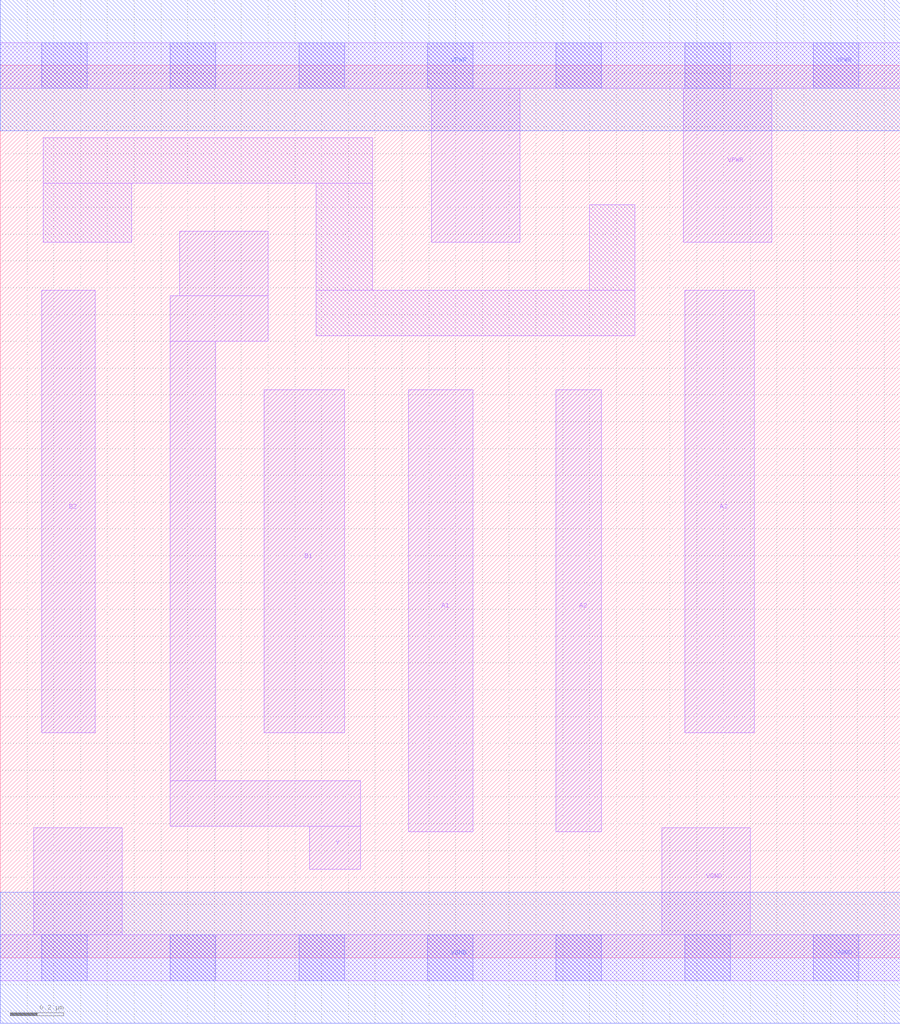
<source format=lef>
# Copyright 2020 The SkyWater PDK Authors
#
# Licensed under the Apache License, Version 2.0 (the "License");
# you may not use this file except in compliance with the License.
# You may obtain a copy of the License at
#
#     https://www.apache.org/licenses/LICENSE-2.0
#
# Unless required by applicable law or agreed to in writing, software
# distributed under the License is distributed on an "AS IS" BASIS,
# WITHOUT WARRANTIES OR CONDITIONS OF ANY KIND, either express or implied.
# See the License for the specific language governing permissions and
# limitations under the License.
#
# SPDX-License-Identifier: Apache-2.0

VERSION 5.7 ;
  NAMESCASESENSITIVE ON ;
  NOWIREEXTENSIONATPIN ON ;
  DIVIDERCHAR "/" ;
  BUSBITCHARS "[]" ;
UNITS
  DATABASE MICRONS 200 ;
END UNITS
MACRO sky130_fd_sc_lp__a32oi_m
  CLASS CORE ;
  SOURCE USER ;
  FOREIGN sky130_fd_sc_lp__a32oi_m ;
  ORIGIN  0.000000  0.000000 ;
  SIZE  3.360000 BY  3.330000 ;
  SYMMETRY X Y R90 ;
  SITE unit ;
  PIN A1
    ANTENNAGATEAREA  0.126000 ;
    DIRECTION INPUT ;
    USE SIGNAL ;
    PORT
      LAYER li1 ;
        RECT 1.525000 0.470000 1.765000 2.120000 ;
    END
  END A1
  PIN A2
    ANTENNAGATEAREA  0.126000 ;
    DIRECTION INPUT ;
    USE SIGNAL ;
    PORT
      LAYER li1 ;
        RECT 2.075000 0.470000 2.245000 2.120000 ;
    END
  END A2
  PIN A3
    ANTENNAGATEAREA  0.126000 ;
    DIRECTION INPUT ;
    USE SIGNAL ;
    PORT
      LAYER li1 ;
        RECT 2.555000 0.840000 2.815000 2.490000 ;
    END
  END A3
  PIN B1
    ANTENNAGATEAREA  0.126000 ;
    DIRECTION INPUT ;
    USE SIGNAL ;
    PORT
      LAYER li1 ;
        RECT 0.985000 0.840000 1.285000 2.120000 ;
    END
  END B1
  PIN B2
    ANTENNAGATEAREA  0.126000 ;
    DIRECTION INPUT ;
    USE SIGNAL ;
    PORT
      LAYER li1 ;
        RECT 0.155000 0.840000 0.355000 2.490000 ;
    END
  END B2
  PIN Y
    ANTENNADIFFAREA  0.254100 ;
    DIRECTION OUTPUT ;
    USE SIGNAL ;
    PORT
      LAYER li1 ;
        RECT 0.635000 0.490000 1.345000 0.660000 ;
        RECT 0.635000 0.660000 0.805000 2.300000 ;
        RECT 0.635000 2.300000 1.000000 2.470000 ;
        RECT 0.670000 2.470000 1.000000 2.710000 ;
        RECT 1.155000 0.330000 1.345000 0.490000 ;
    END
  END Y
  PIN VGND
    DIRECTION INOUT ;
    USE GROUND ;
    PORT
      LAYER li1 ;
        RECT 0.000000 -0.085000 3.360000 0.085000 ;
        RECT 0.125000  0.085000 0.455000 0.485000 ;
        RECT 2.470000  0.085000 2.800000 0.485000 ;
      LAYER mcon ;
        RECT 0.155000 -0.085000 0.325000 0.085000 ;
        RECT 0.635000 -0.085000 0.805000 0.085000 ;
        RECT 1.115000 -0.085000 1.285000 0.085000 ;
        RECT 1.595000 -0.085000 1.765000 0.085000 ;
        RECT 2.075000 -0.085000 2.245000 0.085000 ;
        RECT 2.555000 -0.085000 2.725000 0.085000 ;
        RECT 3.035000 -0.085000 3.205000 0.085000 ;
      LAYER met1 ;
        RECT 0.000000 -0.245000 3.360000 0.245000 ;
    END
  END VGND
  PIN VPWR
    DIRECTION INOUT ;
    USE POWER ;
    PORT
      LAYER li1 ;
        RECT 0.000000 3.245000 3.360000 3.415000 ;
        RECT 1.610000 2.670000 1.940000 3.245000 ;
        RECT 2.550000 2.670000 2.880000 3.245000 ;
      LAYER mcon ;
        RECT 0.155000 3.245000 0.325000 3.415000 ;
        RECT 0.635000 3.245000 0.805000 3.415000 ;
        RECT 1.115000 3.245000 1.285000 3.415000 ;
        RECT 1.595000 3.245000 1.765000 3.415000 ;
        RECT 2.075000 3.245000 2.245000 3.415000 ;
        RECT 2.555000 3.245000 2.725000 3.415000 ;
        RECT 3.035000 3.245000 3.205000 3.415000 ;
      LAYER met1 ;
        RECT 0.000000 3.085000 3.360000 3.575000 ;
    END
  END VPWR
  OBS
    LAYER li1 ;
      RECT 0.160000 2.670000 0.490000 2.890000 ;
      RECT 0.160000 2.890000 1.390000 3.060000 ;
      RECT 1.180000 2.320000 2.370000 2.490000 ;
      RECT 1.180000 2.490000 1.390000 2.890000 ;
      RECT 2.200000 2.490000 2.370000 2.810000 ;
  END
END sky130_fd_sc_lp__a32oi_m

</source>
